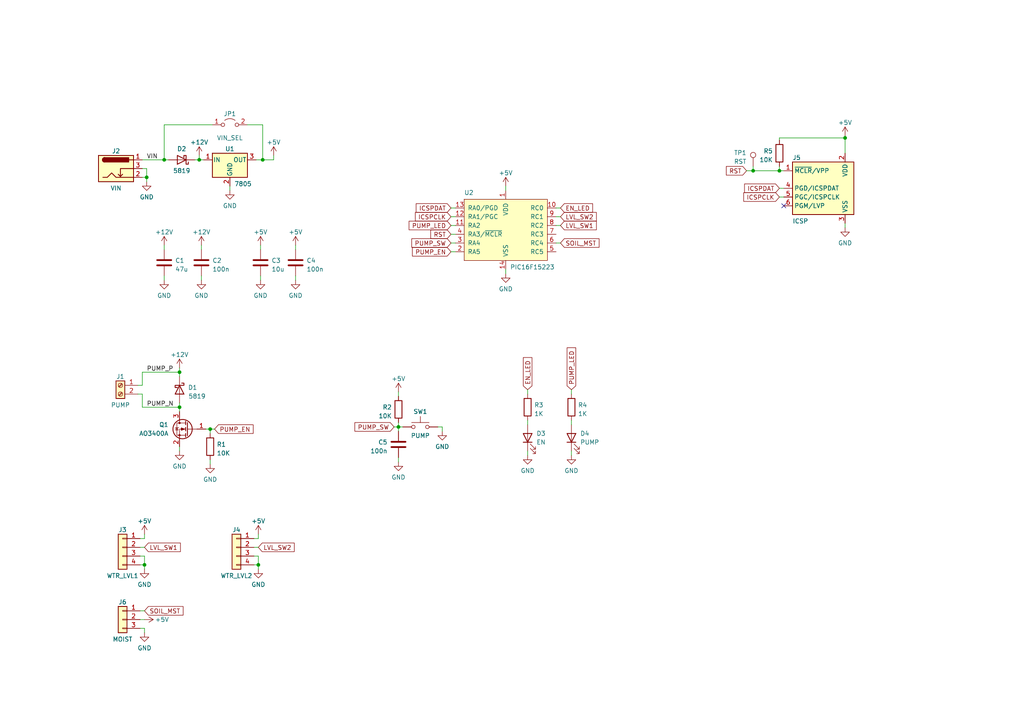
<source format=kicad_sch>
(kicad_sch (version 20230121) (generator eeschema)
  (paper "A4")
  (lib_symbols
    (symbol "Connector:Barrel_Jack_Switch" (pin_names hide)
      (property "Reference" "J" (at 0 5.334 0))
      (property "Value" "Barrel_Jack_Switch" (at 0 -5.08 0))
      (symbol "Barrel_Jack_Switch_0_1"
        (rectangle (start -5.08 3.81) (end 5.08 -3.81) (stroke (width 0.254)) (fill (type background)))
        (arc (start -3.302 3.175) (mid -3.9343 2.54) (end -3.302 1.905) (stroke (width 0.254)))
        (arc (start -3.302 3.175) (mid -3.9343 2.54) (end -3.302 1.905) (stroke (width 0.254)) (fill (type outline)))
        (polyline (pts (xy 1.27 -2.286) (xy 1.905 -1.651)) (stroke (width 0.254)))
        (polyline (pts (xy 5.08 2.54) (xy 3.81 2.54)) (stroke (width 0.254)))
        (polyline (pts (xy 5.08 0) (xy 1.27 0) (xy 1.27 -2.286) (xy 0.635 -1.651)) (stroke (width 0.254)))
        (polyline (pts (xy -3.81 -2.54) (xy -2.54 -2.54) (xy -1.27 -1.27) (xy 0 -2.54) (xy 2.54 -2.54) (xy 5.08 -2.54)) (stroke (width 0.254)))
        (rectangle (start 3.683 3.175) (end -3.302 1.905) (stroke (width 0.254)) (fill (type outline)))
      )
      (symbol "Barrel_Jack_Switch_1_1"
        (pin passive line (at 7.62 2.54 180) (length 2.54) (name "~") (number "1"))
        (pin passive line (at 7.62 -2.54 180) (length 2.54) (name "~") (number "2"))
        (pin passive line (at 7.62 0 180) (length 2.54) (name "~") (number "3"))
      )
    )
    (symbol "Connector:Conn_PIC_ICSP_ICD"
      (property "Reference" "J" (at 6.35 8.89 0))
      (property "Value" "Conn_PIC_ICSP_ICD" (at -8.89 -1.27 90))
      (symbol "Conn_PIC_ICSP_ICD_0_1"
        (rectangle (start -7.62 7.62) (end 10.16 -7.62) (stroke (width 0.254)) (fill (type background)))
      )
      (symbol "Conn_PIC_ICSP_ICD_1_1"
        (pin passive line (at 12.7 5.08 180) (length 2.54) (name "~{MCLR}/VPP") (number "1"))
        (pin passive line (at -5.08 10.16 270) (length 2.54) (name "VDD") (number "2"))
        (pin power_in line (at -5.08 -10.16 90) (length 2.54) (name "VSS") (number "3"))
        (pin bidirectional line (at 12.7 0 180) (length 2.54) (name "PGD/ICSPDAT") (number "4"))
        (pin output line (at 12.7 -2.54 180) (length 2.54) (name "PGC/ICSPCLK") (number "5"))
        (pin output line (at 12.7 -5.08 180) (length 2.54) (name "PGM/LVP") (number "6"))
      )
    )
    (symbol "Connector:Screw_Terminal_01x02" (pin_names (offset 1.016) hide)
      (property "Reference" "J" (at 0 2.54 0))
      (property "Value" "Screw_Terminal_01x02" (at 0 -5.08 0))
      (symbol "Screw_Terminal_01x02_1_1"
        (rectangle (start -1.27 1.27) (end 1.27 -3.81) (stroke (width 0.254)) (fill (type background)))
        (circle (center 0 -2.54) (radius 0.635) (stroke (width 0.1524)))
        (polyline (pts (xy -0.5334 -2.2098) (xy 0.3302 -3.048)) (stroke (width 0.1524)))
        (polyline (pts (xy -0.5334 0.3302) (xy 0.3302 -0.508)) (stroke (width 0.1524)))
        (polyline (pts (xy -0.3556 -2.032) (xy 0.508 -2.8702)) (stroke (width 0.1524)))
        (polyline (pts (xy -0.3556 0.508) (xy 0.508 -0.3302)) (stroke (width 0.1524)))
        (circle (center 0 0) (radius 0.635) (stroke (width 0.1524)))
        (pin passive line (at -5.08 0 0) (length 3.81) (name "Pin_1") (number "1"))
        (pin passive line (at -5.08 -2.54 0) (length 3.81) (name "Pin_2") (number "2"))
      )
    )
    (symbol "Connector:TestPoint" (pin_numbers hide) (pin_names (offset 0.762) hide)
      (property "Reference" "TP" (at 0 6.858 0))
      (property "Value" "TestPoint" (at 0 5.08 0))
      (symbol "TestPoint_0_1"
        (circle (center 0 3.302) (radius 0.762))
      )
      (symbol "TestPoint_1_1"
        (pin passive line (at 0 0 90) (length 2.54) (name "1") (number "1"))
      )
    )
    (symbol "Connector_Generic:Conn_01x03" (pin_names (offset 1.016) hide)
      (property "Reference" "J" (at 0 5.08 0))
      (property "Value" "Conn_01x03" (at 0 -5.08 0))
      (symbol "Conn_01x03_1_1"
        (rectangle (start -1.27 -2.413) (end 0 -2.667) (stroke (width 0.1524)))
        (rectangle (start -1.27 0.127) (end 0 -0.127) (stroke (width 0.1524)))
        (rectangle (start -1.27 2.667) (end 0 2.413) (stroke (width 0.1524)))
        (rectangle (start -1.27 3.81) (end 1.27 -3.81) (stroke (width 0.254)) (fill (type background)))
        (pin passive line (at -5.08 2.54 0) (length 3.81) (name "Pin_1") (number "1"))
        (pin passive line (at -5.08 0 0) (length 3.81) (name "Pin_2") (number "2"))
        (pin passive line (at -5.08 -2.54 0) (length 3.81) (name "Pin_3") (number "3"))
      )
    )
    (symbol "Connector_Generic:Conn_01x04" (pin_names (offset 1.016) hide)
      (property "Reference" "J" (at 0 5.08 0))
      (property "Value" "Conn_01x04" (at 0 -7.62 0))
      (symbol "Conn_01x04_1_1"
        (rectangle (start -1.27 -4.953) (end 0 -5.207) (stroke (width 0.1524)))
        (rectangle (start -1.27 -2.413) (end 0 -2.667) (stroke (width 0.1524)))
        (rectangle (start -1.27 0.127) (end 0 -0.127) (stroke (width 0.1524)))
        (rectangle (start -1.27 2.667) (end 0 2.413) (stroke (width 0.1524)))
        (rectangle (start -1.27 3.81) (end 1.27 -6.35) (stroke (width 0.254)) (fill (type background)))
        (pin passive line (at -5.08 2.54 0) (length 3.81) (name "Pin_1") (number "1"))
        (pin passive line (at -5.08 0 0) (length 3.81) (name "Pin_2") (number "2"))
        (pin passive line (at -5.08 -2.54 0) (length 3.81) (name "Pin_3") (number "3"))
        (pin passive line (at -5.08 -5.08 0) (length 3.81) (name "Pin_4") (number "4"))
      )
    )
    (symbol "Device:C" (pin_numbers hide) (pin_names (offset 0.254))
      (property "Reference" "C" (at 0.635 2.54 0))
      (property "Value" "C" (at 0.635 -2.54 0))
      (symbol "C_0_1"
        (polyline (pts (xy -2.032 -0.762) (xy 2.032 -0.762)) (stroke (width 0.508)))
        (polyline (pts (xy -2.032 0.762) (xy 2.032 0.762)) (stroke (width 0.508)))
      )
      (symbol "C_1_1"
        (pin passive line (at 0 3.81 270) (length 2.794) (name "~") (number "1"))
        (pin passive line (at 0 -3.81 90) (length 2.794) (name "~") (number "2"))
      )
    )
    (symbol "Device:D_Schottky" (pin_numbers hide) (pin_names (offset 1.016) hide)
      (property "Reference" "D" (at 0 2.54 0))
      (property "Value" "D_Schottky" (at 0 -2.54 0))
      (symbol "D_Schottky_0_1"
        (polyline (pts (xy 1.27 0) (xy -1.27 0)))
        (polyline (pts (xy 1.27 1.27) (xy 1.27 -1.27) (xy -1.27 0) (xy 1.27 1.27)) (stroke (width 0.254)))
        (polyline (pts (xy -1.905 0.635) (xy -1.905 1.27) (xy -1.27 1.27) (xy -1.27 -1.27) (xy -0.635 -1.27) (xy -0.635 -0.635)) (stroke (width 0.254)))
      )
      (symbol "D_Schottky_1_1"
        (pin passive line (at -3.81 0 0) (length 2.54) (name "K") (number "1"))
        (pin passive line (at 3.81 0 180) (length 2.54) (name "A") (number "2"))
      )
    )
    (symbol "Device:LED" (pin_numbers hide) (pin_names (offset 1.016) hide)
      (property "Reference" "D" (at 0 2.54 0))
      (property "Value" "LED" (at 0 -2.54 0))
      (symbol "LED_0_1"
        (polyline (pts (xy -1.27 -1.27) (xy -1.27 1.27)) (stroke (width 0.254)))
        (polyline (pts (xy -1.27 0) (xy 1.27 0)))
        (polyline (pts (xy 1.27 -1.27) (xy 1.27 1.27) (xy -1.27 0) (xy 1.27 -1.27)) (stroke (width 0.254)))
        (polyline (pts (xy -3.048 -0.762) (xy -4.572 -2.286) (xy -3.81 -2.286) (xy -4.572 -2.286) (xy -4.572 -1.524)))
        (polyline (pts (xy -1.778 -0.762) (xy -3.302 -2.286) (xy -2.54 -2.286) (xy -3.302 -2.286) (xy -3.302 -1.524)))
      )
      (symbol "LED_1_1"
        (pin passive line (at -3.81 0 0) (length 2.54) (name "K") (number "1"))
        (pin passive line (at 3.81 0 180) (length 2.54) (name "A") (number "2"))
      )
    )
    (symbol "Device:R" (pin_numbers hide) (pin_names (offset 0))
      (property "Reference" "R" (at 2.032 0 90))
      (property "Value" "R" (at 0 0 90))
      (symbol "R_0_1"
        (rectangle (start -1.016 -2.54) (end 1.016 2.54) (stroke (width 0.254)))
      )
      (symbol "R_1_1"
        (pin passive line (at 0 3.81 270) (length 1.27) (name "~") (number "1"))
        (pin passive line (at 0 -3.81 90) (length 1.27) (name "~") (number "2"))
      )
    )
    (symbol "Jumper:Jumper_2_Open" (pin_names (offset 0) hide)
      (property "Reference" "JP" (at 0 2.794 0))
      (property "Value" "Jumper_2_Open" (at 0 -2.286 0))
      (symbol "Jumper_2_Open_0_0"
        (circle (center -2.032 0) (radius 0.508))
        (circle (center 2.032 0) (radius 0.508))
      )
      (symbol "Jumper_2_Open_0_1"
        (arc (start 1.524 1.27) (mid 0 1.778) (end -1.524 1.27))
      )
      (symbol "Jumper_2_Open_1_1"
        (pin passive line (at -5.08 0 0) (length 2.54) (name "A") (number "1"))
        (pin passive line (at 5.08 0 180) (length 2.54) (name "B") (number "2"))
      )
    )
    (symbol "Regulator_Linear:L7805" (pin_names (offset 0.254))
      (property "Reference" "U" (at -3.81 3.175 0))
      (property "Value" "L7805" (at 0 3.175 0))
      (symbol "L7805_0_1"
        (rectangle (start -5.08 1.905) (end 5.08 -5.08) (stroke (width 0.254)) (fill (type background)))
      )
      (symbol "L7805_1_1"
        (pin power_in line (at -7.62 0 0) (length 2.54) (name "IN") (number "1"))
        (pin power_in line (at 0 -7.62 90) (length 2.54) (name "GND") (number "2"))
        (pin power_out line (at 7.62 0 180) (length 2.54) (name "OUT") (number "3"))
      )
    )
    (symbol "Switch:SW_Push" (pin_numbers hide) (pin_names (offset 1.016) hide)
      (property "Reference" "SW" (at 1.27 2.54 0))
      (property "Value" "SW_Push" (at 0 -1.524 0))
      (symbol "SW_Push_0_1"
        (circle (center -2.032 0) (radius 0.508))
        (polyline (pts (xy 0 1.27) (xy 0 3.048)))
        (polyline (pts (xy 2.54 1.27) (xy -2.54 1.27)))
        (circle (center 2.032 0) (radius 0.508))
        (pin passive line (at -5.08 0 0) (length 2.54) (name "1") (number "1"))
        (pin passive line (at 5.08 0 180) (length 2.54) (name "2") (number "2"))
      )
    )
    (symbol "Transistor_FET:AO3400A" (pin_names hide)
      (property "Reference" "Q" (at 5.08 1.905 0))
      (property "Value" "AO3400A" (at 5.08 0 0))
      (symbol "AO3400A_0_1"
        (polyline (pts (xy 0.254 0) (xy -2.54 0)))
        (polyline (pts (xy 0.254 1.905) (xy 0.254 -1.905)) (stroke (width 0.254)))
        (polyline (pts (xy 0.762 -1.27) (xy 0.762 -2.286)) (stroke (width 0.254)))
        (polyline (pts (xy 0.762 0.508) (xy 0.762 -0.508)) (stroke (width 0.254)))
        (polyline (pts (xy 0.762 2.286) (xy 0.762 1.27)) (stroke (width 0.254)))
        (polyline (pts (xy 2.54 2.54) (xy 2.54 1.778)))
        (polyline (pts (xy 2.54 -2.54) (xy 2.54 0) (xy 0.762 0)))
        (polyline (pts (xy 0.762 -1.778) (xy 3.302 -1.778) (xy 3.302 1.778) (xy 0.762 1.778)))
        (polyline (pts (xy 1.016 0) (xy 2.032 0.381) (xy 2.032 -0.381) (xy 1.016 0)) (fill (type outline)))
        (polyline (pts (xy 2.794 0.508) (xy 2.921 0.381) (xy 3.683 0.381) (xy 3.81 0.254)))
        (polyline (pts (xy 3.302 0.381) (xy 2.921 -0.254) (xy 3.683 -0.254) (xy 3.302 0.381)))
        (circle (center 1.651 0) (radius 2.794) (stroke (width 0.254)))
        (circle (center 2.54 -1.778) (radius 0.254) (fill (type outline)))
        (circle (center 2.54 1.778) (radius 0.254) (fill (type outline)))
      )
      (symbol "AO3400A_1_1"
        (pin input line (at -5.08 0 0) (length 2.54) (name "G") (number "1"))
        (pin passive line (at 2.54 -5.08 90) (length 2.54) (name "S") (number "2"))
        (pin passive line (at 2.54 5.08 270) (length 2.54) (name "D") (number "3"))
      )
    )
    (symbol "pic16-pump-controller:PIC16F15223" (pin_names (offset 1.016))
      (property "Reference" "U" (at -12.065 10.795 0))
      (property "Value" "PIC16F15223" (at 1.27 -10.795 0))
      (symbol "PIC16F15223_0_1"
        (rectangle (start -12.065 8.89) (end 12.065 -8.89) (fill (type background)))
      )
      (symbol "PIC16F15223_1_1"
        (pin power_in line (at 0 11.43 270) (length 2.54) (name "VDD") (number "1"))
        (pin bidirectional line (at 14.605 6.35 180) (length 2.54) (name "RC0") (number "10"))
        (pin bidirectional line (at -14.605 1.27 0) (length 2.54) (name "RA2") (number "11"))
        (pin bidirectional line (at -14.605 3.81 0) (length 2.54) (name "RA1/PGC") (number "12"))
        (pin bidirectional line (at -14.605 6.35 0) (length 2.54) (name "RA0/PGD") (number "13"))
        (pin power_in line (at 0 -11.43 90) (length 2.54) (name "VSS") (number "14"))
        (pin bidirectional line (at -14.605 -6.35 0) (length 2.54) (name "RA5") (number "2"))
        (pin bidirectional line (at -14.605 -3.81 0) (length 2.54) (name "RA4") (number "3"))
        (pin input line (at -14.605 -1.27 0) (length 2.54) (name "RA3/~{MCLR}") (number "4"))
        (pin bidirectional line (at 14.605 -6.35 180) (length 2.54) (name "RC5") (number "5"))
        (pin bidirectional line (at 14.605 -3.81 180) (length 2.54) (name "RC4") (number "6"))
        (pin bidirectional line (at 14.605 -1.27 180) (length 2.54) (name "RC3") (number "7"))
        (pin bidirectional line (at 14.605 1.27 180) (length 2.54) (name "RC2") (number "8"))
        (pin bidirectional line (at 14.605 3.81 180) (length 2.54) (name "RC1") (number "9"))
      )
    )
    (symbol "power:+12V" (power) (pin_names (offset 0))
      (property "Value" "+12V" (at 0 3.556 0))
      (symbol "+12V_0_1"
        (polyline (pts (xy -0.762 1.27) (xy 0 2.54)))
        (polyline (pts (xy 0 0) (xy 0 2.54)))
        (polyline (pts (xy 0 2.54) (xy 0.762 1.27)))
      )
      (symbol "+12V_1_1"
        (pin power_in line (at 0 0 90) (length 0) hide (name "+12V") (number "1"))
      )
    )
    (symbol "power:+5V" (power) (pin_names (offset 0))
      (property "Value" "+5V" (at 0 3.556 0))
      (symbol "+5V_0_1"
        (polyline (pts (xy -0.762 1.27) (xy 0 2.54)))
        (polyline (pts (xy 0 0) (xy 0 2.54)))
        (polyline (pts (xy 0 2.54) (xy 0.762 1.27)))
      )
      (symbol "+5V_1_1"
        (pin power_in line (at 0 0 90) (length 0) hide (name "+5V") (number "1"))
      )
    )
    (symbol "power:GND" (power) (pin_names (offset 0))
      (property "Value" "GND" (at 0 -3.81 0))
      (symbol "GND_0_1"
        (polyline (pts (xy 0 0) (xy 0 -1.27) (xy 1.27 -1.27) (xy 0 -2.54) (xy -1.27 -1.27) (xy 0 -1.27)))
      )
      (symbol "GND_1_1"
        (pin power_in line (at 0 0 270) (length 0) hide (name "GND") (number "1"))
      )
    )
  )
  (junction (at 52.07 107.95))
  (junction (at 60.96 124.46))
  (junction (at 76.2 46.355))
  (junction (at 47.625 46.355))
  (junction (at 57.785 46.355))
  (junction (at 52.07 118.11))
  (junction (at 218.44 49.53))
  (junction (at 115.57 123.825))
  (junction (at 41.91 163.83))
  (junction (at 245.11 40.005))
  (junction (at 74.93 163.83))
  (junction (at 226.06 49.53))
  (junction (at 42.545 51.435))
  (no_connect (at 227.33 59.69))
  (wire (pts (xy 161.29 62.865) (xy 162.56 62.865)))
  (wire (pts (xy 130.81 62.865) (xy 132.08 62.865)))
  (wire (pts (xy 130.81 73.025) (xy 132.08 73.025)))
  (wire (pts (xy 57.785 45.085) (xy 57.785 46.355)))
  (wire (pts (xy 57.785 46.355) (xy 59.055 46.355)))
  (wire (pts (xy 115.57 123.825) (xy 116.84 123.825)))
  (wire (pts (xy 42.545 51.435) (xy 42.545 52.705)))
  (wire (pts (xy 42.545 48.895) (xy 42.545 51.435)))
  (wire (pts (xy 41.275 107.95) (xy 52.07 107.95)))
  (wire (pts (xy 76.2 46.355) (xy 79.375 46.355)))
  (wire (pts (xy 41.275 118.11) (xy 52.07 118.11)))
  (wire (pts (xy 85.725 80.01) (xy 85.725 81.28)))
  (wire (pts (xy 165.735 130.81) (xy 165.735 132.08)))
  (wire (pts (xy 161.29 60.325) (xy 162.56 60.325)))
  (wire (pts (xy 74.93 163.83) (xy 74.93 165.1)))
  (wire (pts (xy 41.275 48.895) (xy 42.545 48.895)))
  (wire (pts (xy 146.685 78.105) (xy 146.685 79.375)))
  (wire (pts (xy 41.275 46.355) (xy 47.625 46.355)))
  (wire (pts (xy 41.275 51.435) (xy 42.545 51.435)))
  (wire (pts (xy 59.69 124.46) (xy 60.96 124.46)))
  (wire (pts (xy 115.57 132.715) (xy 115.57 133.985)))
  (wire (pts (xy 130.81 65.405) (xy 132.08 65.405)))
  (wire (pts (xy 52.07 118.11) (xy 52.07 119.38)))
  (wire (pts (xy 74.93 156.21) (xy 73.66 156.21)))
  (wire (pts (xy 47.625 36.195) (xy 47.625 46.355)))
  (wire (pts (xy 41.91 154.94) (xy 41.91 156.21)))
  (wire (pts (xy 153.035 130.81) (xy 153.035 132.08)))
  (wire (pts (xy 226.06 40.005) (xy 245.11 40.005)))
  (wire (pts (xy 58.42 71.12) (xy 58.42 72.39)))
  (wire (pts (xy 66.675 53.975) (xy 66.675 55.245)))
  (wire (pts (xy 47.625 80.01) (xy 47.625 81.28)))
  (wire (pts (xy 73.66 163.83) (xy 74.93 163.83)))
  (wire (pts (xy 130.81 60.325) (xy 132.08 60.325)))
  (wire (pts (xy 165.735 113.03) (xy 165.735 114.3)))
  (wire (pts (xy 40.005 111.76) (xy 41.275 111.76)))
  (wire (pts (xy 245.11 40.005) (xy 245.11 44.45)))
  (wire (pts (xy 128.27 123.825) (xy 128.27 125.095)))
  (wire (pts (xy 161.29 65.405) (xy 162.56 65.405)))
  (wire (pts (xy 226.06 40.64) (xy 226.06 40.005)))
  (wire (pts (xy 52.07 118.11) (xy 52.07 116.84)))
  (wire (pts (xy 245.11 39.37) (xy 245.11 40.005)))
  (wire (pts (xy 41.91 161.29) (xy 41.91 163.83)))
  (wire (pts (xy 114.3 123.825) (xy 115.57 123.825)))
  (wire (pts (xy 218.44 49.53) (xy 226.06 49.53)))
  (wire (pts (xy 40.64 158.75) (xy 41.91 158.75)))
  (wire (pts (xy 153.035 121.92) (xy 153.035 123.19)))
  (wire (pts (xy 216.535 49.53) (xy 218.44 49.53)))
  (wire (pts (xy 47.625 71.12) (xy 47.625 72.39)))
  (wire (pts (xy 41.91 156.21) (xy 40.64 156.21)))
  (wire (pts (xy 40.64 182.245) (xy 41.91 182.245)))
  (wire (pts (xy 40.64 163.83) (xy 41.91 163.83)))
  (wire (pts (xy 115.57 113.665) (xy 115.57 114.935)))
  (wire (pts (xy 61.595 36.195) (xy 47.625 36.195)))
  (wire (pts (xy 60.96 133.35) (xy 60.96 134.62)))
  (wire (pts (xy 60.96 124.46) (xy 62.23 124.46)))
  (wire (pts (xy 146.685 53.975) (xy 146.685 55.245)))
  (wire (pts (xy 47.625 46.355) (xy 48.895 46.355)))
  (wire (pts (xy 226.06 54.61) (xy 227.33 54.61)))
  (wire (pts (xy 75.565 71.12) (xy 75.565 72.39)))
  (wire (pts (xy 79.375 46.355) (xy 79.375 45.085)))
  (wire (pts (xy 71.755 36.195) (xy 76.2 36.195)))
  (wire (pts (xy 85.725 71.12) (xy 85.725 72.39)))
  (wire (pts (xy 40.005 114.3) (xy 41.275 114.3)))
  (wire (pts (xy 165.735 121.92) (xy 165.735 123.19)))
  (wire (pts (xy 73.66 158.75) (xy 74.93 158.75)))
  (wire (pts (xy 218.44 48.26) (xy 218.44 49.53)))
  (wire (pts (xy 58.42 80.01) (xy 58.42 81.28)))
  (wire (pts (xy 226.06 49.53) (xy 227.33 49.53)))
  (wire (pts (xy 76.2 36.195) (xy 76.2 46.355)))
  (wire (pts (xy 161.29 70.485) (xy 162.56 70.485)))
  (wire (pts (xy 115.57 122.555) (xy 115.57 123.825)))
  (wire (pts (xy 40.64 161.29) (xy 41.91 161.29)))
  (wire (pts (xy 115.57 123.825) (xy 115.57 125.095)))
  (wire (pts (xy 75.565 80.01) (xy 75.565 81.28)))
  (wire (pts (xy 41.91 182.245) (xy 41.91 183.515)))
  (wire (pts (xy 245.11 64.77) (xy 245.11 66.04)))
  (wire (pts (xy 52.07 107.95) (xy 52.07 109.22)))
  (wire (pts (xy 130.81 70.485) (xy 132.08 70.485)))
  (wire (pts (xy 74.93 154.94) (xy 74.93 156.21)))
  (wire (pts (xy 132.08 67.945) (xy 130.81 67.945)))
  (wire (pts (xy 56.515 46.355) (xy 57.785 46.355)))
  (wire (pts (xy 40.64 177.165) (xy 41.91 177.165)))
  (wire (pts (xy 41.275 111.76) (xy 41.275 107.95)))
  (wire (pts (xy 52.07 106.68) (xy 52.07 107.95)))
  (wire (pts (xy 74.295 46.355) (xy 76.2 46.355)))
  (wire (pts (xy 60.96 124.46) (xy 60.96 125.73)))
  (wire (pts (xy 52.07 129.54) (xy 52.07 130.81)))
  (wire (pts (xy 74.93 161.29) (xy 74.93 163.83)))
  (wire (pts (xy 40.64 179.705) (xy 41.91 179.705)))
  (wire (pts (xy 127 123.825) (xy 128.27 123.825)))
  (wire (pts (xy 153.035 113.03) (xy 153.035 114.3)))
  (wire (pts (xy 226.06 57.15) (xy 227.33 57.15)))
  (wire (pts (xy 73.66 161.29) (xy 74.93 161.29)))
  (wire (pts (xy 41.275 114.3) (xy 41.275 118.11)))
  (wire (pts (xy 226.06 48.26) (xy 226.06 49.53)))
  (wire (pts (xy 41.91 163.83) (xy 41.91 165.1)))
  (label "PUMP_N" (at 42.545 118.11 0))
  (label "VIN" (at 42.545 46.355 0))
  (label "PUMP_P" (at 42.545 107.95 0))
  (global_label "ICSPCLK" (shape input) (at 130.81 62.865 180) (property "Intersheetrefs" "${INTERSHEET_REFS}" (effects hide)))
  (global_label "PUMP_LED" (shape input) (at 165.735 113.03 90) (property "Intersheetrefs" "${INTERSHEET_REFS}" (effects hide)))
  (global_label "SOIL_MST" (shape input) (at 162.56 70.485 0) (property "Intersheetrefs" "${INTERSHEET_REFS}" (effects hide)))
  (global_label "LVL_SW1" (shape input) (at 162.56 65.405 0) (property "Intersheetrefs" "${INTERSHEET_REFS}" (effects hide)))
  (global_label "PUMP_SW" (shape input) (at 114.3 123.825 180) (property "Intersheetrefs" "${INTERSHEET_REFS}" (effects hide)))
  (global_label "ICSPDAT" (shape input) (at 130.81 60.325 180) (property "Intersheetrefs" "${INTERSHEET_REFS}" (effects hide)))
  (global_label "PUMP_SW" (shape input) (at 130.81 70.485 180) (property "Intersheetrefs" "${INTERSHEET_REFS}" (effects hide)))
  (global_label "SOIL_MST" (shape input) (at 41.91 177.165 0) (property "Intersheetrefs" "${INTERSHEET_REFS}" (effects hide)))
  (global_label "EN_LED" (shape input) (at 162.56 60.325 0) (property "Intersheetrefs" "${INTERSHEET_REFS}" (effects hide)))
  (global_label "LVL_SW2" (shape input) (at 74.93 158.75 0) (property "Intersheetrefs" "${INTERSHEET_REFS}" (effects hide)))
  (global_label "ICSPDAT" (shape input) (at 226.06 54.61 180) (property "Intersheetrefs" "${INTERSHEET_REFS}" (effects hide)))
  (global_label "PUMP_EN" (shape input) (at 62.23 124.46 0) (property "Intersheetrefs" "${INTERSHEET_REFS}" (effects hide)))
  (global_label "EN_LED" (shape input) (at 153.035 113.03 90) (property "Intersheetrefs" "${INTERSHEET_REFS}" (effects hide)))
  (global_label "PUMP_EN" (shape input) (at 130.81 73.025 180) (property "Intersheetrefs" "${INTERSHEET_REFS}" (effects hide)))
  (global_label "PUMP_LED" (shape input) (at 130.81 65.405 180) (property "Intersheetrefs" "${INTERSHEET_REFS}" (effects hide)))
  (global_label "LVL_SW1" (shape input) (at 41.91 158.75 0) (property "Intersheetrefs" "${INTERSHEET_REFS}" (effects hide)))
  (global_label "ICSPCLK" (shape input) (at 226.06 57.15 180) (property "Intersheetrefs" "${INTERSHEET_REFS}" (effects hide)))
  (global_label "LVL_SW2" (shape input) (at 162.56 62.865 0) (property "Intersheetrefs" "${INTERSHEET_REFS}" (effects hide)))
  (global_label "RST" (shape input) (at 216.535 49.53 180) (property "Intersheetrefs" "${INTERSHEET_REFS}" (effects hide)))
  (global_label "RST" (shape input) (at 130.81 67.945 180) (property "Intersheetrefs" "${INTERSHEET_REFS}" (effects hide)))
  (symbol (lib_id "power:+5V") (at 41.91 179.705 270) (unit 1)
    (property "Reference" "#PWR029" (effects hide))
    (property "Value" "+5V" (at 46.99 179.705 90))
  )
  (symbol (lib_id "power:GND") (at 165.735 132.08 0) (unit 1)
    (property "Reference" "#PWR026" (effects hide))
    (property "Value" "GND" (at 165.735 136.525 0))
  )
  (symbol (lib_id "power:GND") (at 85.725 81.28 0) (unit 1)
    (property "Reference" "#PWR019" (effects hide))
    (property "Value" "GND" (at 85.725 85.725 0))
  )
  (symbol (lib_id "Device:C") (at 47.625 76.2 0) (unit 1)
    (property "Reference" "C1" (at 50.8 75.565 0) (effects (justify left)))
    (property "Value" "47u" (at 50.8 78.105 0) (effects (justify left)))
    (property "Footprint" "Capacitor_SMD:CP_Elec_6.3x5.8" (effects hide))
  )
  (symbol (lib_id "Device:R") (at 153.035 118.11 0) (unit 1)
    (property "Reference" "R3" (at 154.94 117.475 0) (effects (justify left)))
    (property "Value" "1K" (at 154.94 120.015 0) (effects (justify left)))
    (property "Footprint" "Resistor_SMD:R_0603_1608Metric" (effects hide))
  )
  (symbol (lib_id "Device:R") (at 60.96 129.54 0) (unit 1)
    (property "Reference" "R1" (at 62.865 128.905 0) (effects (justify left)))
    (property "Value" "10K" (at 62.865 131.445 0) (effects (justify left)))
    (property "Footprint" "Resistor_SMD:R_0603_1608Metric" (effects hide))
  )
  (symbol (lib_id "power:GND") (at 58.42 81.28 0) (unit 1)
    (property "Reference" "#PWR010" (effects hide))
    (property "Value" "GND" (at 58.42 85.725 0))
  )
  (symbol (lib_id "power:GND") (at 52.07 130.81 0) (unit 1)
    (property "Reference" "#PWR07" (effects hide))
    (property "Value" "GND" (at 52.07 135.255 0))
  )
  (symbol (lib_id "power:+12V") (at 58.42 71.12 0) (unit 1)
    (property "Reference" "#PWR09" (effects hide))
    (property "Value" "+12V" (at 58.42 67.31 0))
  )
  (symbol (lib_id "power:+5V") (at 115.57 113.665 0) (unit 1)
    (property "Reference" "#PWR020" (effects hide))
    (property "Value" "+5V" (at 115.57 109.855 0))
  )
  (symbol (lib_id "power:GND") (at 41.91 183.515 0) (unit 1)
    (property "Reference" "#PWR030" (effects hide))
    (property "Value" "GND" (at 41.91 187.96 0))
  )
  (symbol (lib_id "power:GND") (at 115.57 133.985 0) (unit 1)
    (property "Reference" "#PWR021" (effects hide))
    (property "Value" "GND" (at 115.57 138.43 0))
  )
  (symbol (lib_id "Switch:SW_Push") (at 121.92 123.825 0) (unit 1)
    (property "Reference" "SW1" (at 121.92 119.38 0))
    (property "Value" "PUMP" (at 121.92 126.365 0))
    (property "Footprint" "Button_Switch_SMD:SW_Push_1P1T_NO_6x6mm_H9.5mm" (effects hide))
  )
  (symbol (lib_id "Connector_Generic:Conn_01x03") (at 35.56 179.705 0) (mirror y) (unit 1)
    (property "Reference" "J6" (at 35.56 174.625 0))
    (property "Value" "MOIST" (at 35.56 185.42 0))
    (property "Footprint" "Connector_PinHeader_2.54mm:PinHeader_1x03_P2.54mm_Vertical" (effects hide))
  )
  (symbol (lib_id "power:+5V") (at 146.685 53.975 0) (unit 1)
    (property "Reference" "#PWR023" (effects hide))
    (property "Value" "+5V" (at 146.685 50.165 0))
  )
  (symbol (lib_id "Device:C") (at 115.57 128.905 0) (mirror y) (unit 1)
    (property "Reference" "C5" (at 112.395 128.27 0) (effects (justify left)))
    (property "Value" "100n" (at 112.395 130.81 0) (effects (justify left)))
    (property "Footprint" "Capacitor_SMD:C_0603_1608Metric" (effects hide))
  )
  (symbol (lib_id "power:GND") (at 245.11 66.04 0) (unit 1)
    (property "Reference" "#PWR028" (effects hide))
    (property "Value" "GND" (at 245.11 70.485 0))
  )
  (symbol (lib_id "power:+12V") (at 52.07 106.68 0) (unit 1)
    (property "Reference" "#PWR06" (effects hide))
    (property "Value" "+12V" (at 52.07 102.87 0))
  )
  (symbol (lib_id "power:GND") (at 74.93 165.1 0) (unit 1)
    (property "Reference" "#PWR014" (effects hide))
    (property "Value" "GND" (at 74.93 169.545 0))
  )
  (symbol (lib_id "Device:C") (at 58.42 76.2 0) (unit 1)
    (property "Reference" "C2" (at 61.595 75.565 0) (effects (justify left)))
    (property "Value" "100n" (at 61.595 78.105 0) (effects (justify left)))
    (property "Footprint" "Capacitor_SMD:C_0603_1608Metric" (effects hide))
  )
  (symbol (lib_id "Connector:Conn_PIC_ICSP_ICD") (at 240.03 54.61 0) (mirror y) (unit 1)
    (property "Reference" "J5" (at 229.87 45.72 0) (effects (justify right)))
    (property "Value" "ICSP" (at 229.87 64.135 0) (effects (justify right)))
    (property "Footprint" "Connector:Tag-Connect_TC2030-IDC-NL_2x03_P1.27mm_Vertical" (effects hide))
    (property "Datasheet" "http://ww1.microchip.com/downloads/en/devicedoc/30277d.pdf" (effects hide))
  )
  (symbol (lib_id "power:+12V") (at 47.625 71.12 0) (unit 1)
    (property "Reference" "#PWR04" (effects hide))
    (property "Value" "+12V" (at 47.625 67.31 0))
  )
  (symbol (lib_id "power:GND") (at 60.96 134.62 0) (unit 1)
    (property "Reference" "#PWR011" (effects hide))
    (property "Value" "GND" (at 60.96 139.065 0))
  )
  (symbol (lib_id "power:GND") (at 75.565 81.28 0) (unit 1)
    (property "Reference" "#PWR017" (effects hide))
    (property "Value" "GND" (at 75.565 85.725 0))
  )
  (symbol (lib_id "power:GND") (at 153.035 132.08 0) (unit 1)
    (property "Reference" "#PWR025" (effects hide))
    (property "Value" "GND" (at 153.035 136.525 0))
  )
  (symbol (lib_id "power:GND") (at 146.685 79.375 0) (unit 1)
    (property "Reference" "#PWR024" (effects hide))
    (property "Value" "GND" (at 146.685 83.82 0))
  )
  (symbol (lib_id "power:+12V") (at 57.785 45.085 0) (unit 1)
    (property "Reference" "#PWR08" (effects hide))
    (property "Value" "+12V" (at 57.785 41.275 0))
  )
  (symbol (lib_id "power:+5V") (at 75.565 71.12 0) (unit 1)
    (property "Reference" "#PWR016" (effects hide))
    (property "Value" "+5V" (at 75.565 67.31 0))
  )
  (symbol (lib_id "Device:LED") (at 153.035 127 90) (unit 1)
    (property "Reference" "D3" (at 155.575 125.73 90) (effects (justify right)))
    (property "Value" "EN" (at 155.575 128.27 90) (effects (justify right)))
    (property "Footprint" "LED_SMD:LED_0603_1608Metric" (effects hide))
  )
  (symbol (lib_id "Device:D_Schottky") (at 52.705 46.355 180) (unit 1)
    (property "Reference" "D2" (at 52.705 43.18 0))
    (property "Value" "5819" (at 52.705 49.53 0))
    (property "Footprint" "Diode_SMD:D_SMA" (effects hide))
  )
  (symbol (lib_id "Device:C") (at 75.565 76.2 0) (unit 1)
    (property "Reference" "C3" (at 78.74 75.565 0) (effects (justify left)))
    (property "Value" "10u" (at 78.74 78.105 0) (effects (justify left)))
    (property "Footprint" "Capacitor_SMD:C_0805_2012Metric" (effects hide))
  )
  (symbol (lib_id "power:+5V") (at 85.725 71.12 0) (unit 1)
    (property "Reference" "#PWR018" (effects hide))
    (property "Value" "+5V" (at 85.725 67.31 0))
  )
  (symbol (lib_id "Device:R") (at 165.735 118.11 0) (unit 1)
    (property "Reference" "R4" (at 167.64 117.475 0) (effects (justify left)))
    (property "Value" "1K" (at 167.64 120.015 0) (effects (justify left)))
    (property "Footprint" "Resistor_SMD:R_0603_1608Metric" (effects hide))
  )
  (symbol (lib_id "Connector:Barrel_Jack_Switch") (at 33.655 48.895 0) (unit 1)
    (property "Reference" "J2" (at 33.655 43.815 0))
    (property "Value" "VIN" (at 33.655 54.61 0))
    (property "Footprint" "Connector_BarrelJack:BarrelJack_GCT_DCJ200-10-A_Horizontal" (effects hide))
  )
  (symbol (lib_id "Device:D_Schottky") (at 52.07 113.03 270) (unit 1)
    (property "Reference" "D1" (at 55.88 112.395 90))
    (property "Value" "5819" (at 57.15 114.935 90))
    (property "Footprint" "Diode_SMD:D_SMA" (effects hide))
  )
  (symbol (lib_id "power:GND") (at 41.91 165.1 0) (unit 1)
    (property "Reference" "#PWR02" (effects hide))
    (property "Value" "GND" (at 41.91 169.545 0))
  )
  (symbol (lib_id "power:+5V") (at 79.375 45.085 0) (unit 1)
    (property "Reference" "#PWR015" (effects hide))
    (property "Value" "+5V" (at 79.375 41.275 0))
  )
  (symbol (lib_id "Jumper:Jumper_2_Open") (at 66.675 36.195 0) (unit 1)
    (property "Reference" "JP1" (at 66.675 33.02 0))
    (property "Value" "VIN_SEL" (at 66.675 40.005 0))
    (property "Footprint" "Connector_PinHeader_2.54mm:PinHeader_1x02_P2.54mm_Vertical" (effects hide))
  )
  (symbol (lib_id "pic16-pump-controller:PIC16F15223") (at 146.685 66.675 0) (unit 1)
    (property "Reference" "U2" (at 134.62 55.88 0) (effects (justify left)))
    (property "Value" "PIC16F15223" (at 147.955 77.47 0) (effects (justify left)))
    (property "Footprint" "Package_SO:SOIC-14_3.9x8.7mm_P1.27mm" (effects hide))
  )
  (symbol (lib_id "Device:R") (at 226.06 44.45 0) (mirror y) (unit 1)
    (property "Reference" "R5" (at 224.155 43.815 0) (effects (justify left)))
    (property "Value" "10K" (at 224.155 46.355 0) (effects (justify left)))
    (property "Footprint" "Resistor_SMD:R_0603_1608Metric" (effects hide))
  )
  (symbol (lib_id "power:GND") (at 128.27 125.095 0) (unit 1)
    (property "Reference" "#PWR022" (effects hide))
    (property "Value" "GND" (at 128.27 129.54 0))
  )
  (symbol (lib_id "power:GND") (at 42.545 52.705 0) (unit 1)
    (property "Reference" "#PWR03" (effects hide))
    (property "Value" "GND" (at 42.545 57.15 0))
  )
  (symbol (lib_id "power:+5V") (at 245.11 39.37 0) (mirror y) (unit 1)
    (property "Reference" "#PWR027" (effects hide))
    (property "Value" "+5V" (at 245.11 35.56 0))
  )
  (symbol (lib_id "Device:LED") (at 165.735 127 90) (unit 1)
    (property "Reference" "D4" (at 168.275 125.73 90) (effects (justify right)))
    (property "Value" "PUMP" (at 168.275 128.27 90) (effects (justify right)))
    (property "Footprint" "LED_SMD:LED_0603_1608Metric" (effects hide))
  )
  (symbol (lib_id "Connector:Screw_Terminal_01x02") (at 34.925 111.76 0) (mirror y) (unit 1)
    (property "Reference" "J1" (at 34.925 109.22 0))
    (property "Value" "PUMP" (at 34.925 117.475 0))
    (property "Footprint" "TerminalBlock:TerminalBlock_bornier-2_P5.08mm" (effects hide))
  )
  (symbol (lib_id "Transistor_FET:AO3400A") (at 54.61 124.46 0) (mirror y) (unit 1)
    (property "Reference" "Q1" (at 48.895 123.19 0) (effects (justify left)))
    (property "Value" "AO3400A" (at 48.895 125.73 0) (effects (justify left)))
    (property "Footprint" "Package_TO_SOT_SMD:SOT-23" (effects hide))
    (property "Datasheet" "http://www.aosmd.com/pdfs/datasheet/AO3400A.pdf" (effects hide))
  )
  (symbol (lib_id "power:+5V") (at 41.91 154.94 0) (unit 1)
    (property "Reference" "#PWR01" (effects hide))
    (property "Value" "+5V" (at 41.91 151.13 0))
  )
  (symbol (lib_id "Connector_Generic:Conn_01x04") (at 68.58 158.75 0) (mirror y) (unit 1)
    (property "Reference" "J4" (at 68.58 153.67 0))
    (property "Value" "WTR_LVL2" (at 68.58 167.005 0))
    (property "Footprint" "Connector_PinHeader_2.54mm:PinHeader_1x04_P2.54mm_Vertical" (effects hide))
  )
  (symbol (lib_id "power:GND") (at 47.625 81.28 0) (unit 1)
    (property "Reference" "#PWR05" (effects hide))
    (property "Value" "GND" (at 47.625 85.725 0))
  )
  (symbol (lib_id "Device:R") (at 115.57 118.745 0) (mirror y) (unit 1)
    (property "Reference" "R2" (at 113.665 118.11 0) (effects (justify left)))
    (property "Value" "10K" (at 113.665 120.65 0) (effects (justify left)))
    (property "Footprint" "Resistor_SMD:R_0603_1608Metric" (effects hide))
  )
  (symbol (lib_id "Device:C") (at 85.725 76.2 0) (unit 1)
    (property "Reference" "C4" (at 88.9 75.565 0) (effects (justify left)))
    (property "Value" "100n" (at 88.9 78.105 0) (effects (justify left)))
    (property "Footprint" "Capacitor_SMD:C_0603_1608Metric" (effects hide))
  )
  (symbol (lib_id "Connector_Generic:Conn_01x04") (at 35.56 158.75 0) (mirror y) (unit 1)
    (property "Reference" "J3" (at 35.56 153.67 0))
    (property "Value" "WTR_LVL1" (at 35.56 167.005 0))
    (property "Footprint" "Connector_PinHeader_2.54mm:PinHeader_1x04_P2.54mm_Vertical" (effects hide))
  )
  (symbol (lib_id "power:+5V") (at 74.93 154.94 0) (unit 1)
    (property "Reference" "#PWR013" (effects hide))
    (property "Value" "+5V" (at 74.93 151.13 0))
  )
  (symbol (lib_id "Regulator_Linear:L7805") (at 66.675 46.355 0) (unit 1)
    (property "Reference" "U1" (at 66.675 43.18 0))
    (property "Value" "7805" (at 70.485 53.34 0))
    (property "Footprint" "Package_TO_SOT_SMD:SOT-223-3_TabPin2" (effects hide))
    (property "Datasheet" "http://www.st.com/content/ccc/resource/technical/document/datasheet/41/4f/b3/b0/12/d4/47/88/CD00000444.pdf/files/CD00000444.pdf/jcr:content/translations/en.CD00000444.pdf" (effects hide))
  )
  (symbol (lib_id "power:GND") (at 66.675 55.245 0) (unit 1)
    (property "Reference" "#PWR012" (effects hide))
    (property "Value" "GND" (at 66.675 59.69 0))
  )
  (symbol (lib_id "Connector:TestPoint") (at 218.44 48.26 0) (mirror y) (unit 1)
    (property "Reference" "TP1" (at 216.535 44.323 0) (effects (justify left)))
    (property "Value" "RST" (at 216.535 46.863 0) (effects (justify left)))
    (property "Footprint" "Connector_PinHeader_2.54mm:PinHeader_1x01_P2.54mm_Vertical" (effects hide))
  )
)
</source>
